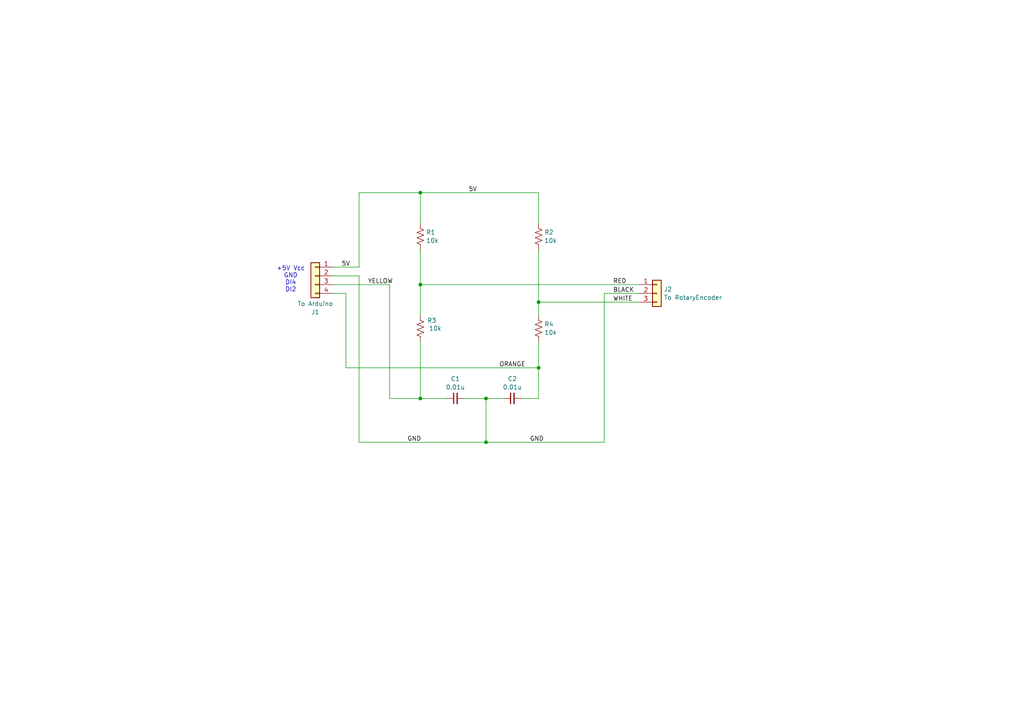
<source format=kicad_sch>
(kicad_sch (version 20231120) (generator "eeschema") (generator_version "8.0")
  (paper "A4")
  (title_block (title "Rotary Encoder Filter Circuit") (date "2024-09-18") (rev "R1.00") (company "AMPSD Kyushu Univ."))
  (lib_symbols
    (symbol "Connector_Generic:Conn_01x03" (pin_names (offset 1.016) hide)
      (property "Reference" "J" (at 0 5.08 0))
      (property "Value" "Conn_01x03" (at 0 -5.08 0))
      (symbol "Conn_01x03_1_1"
        (rectangle (start -1.27 -2.413) (end 0 -2.667) (stroke (width 0.1524)))
        (rectangle (start -1.27 0.127) (end 0 -0.127) (stroke (width 0.1524)))
        (rectangle (start -1.27 2.667) (end 0 2.413) (stroke (width 0.1524)))
        (rectangle (start -1.27 3.81) (end 1.27 -3.81) (stroke (width 0.254)) (fill (type background)))
        (pin passive line (at -5.08 2.54 0) (length 3.81) (name "Pin_1") (number "1"))
        (pin passive line (at -5.08 0 0) (length 3.81) (name "Pin_2") (number "2"))
        (pin passive line (at -5.08 -2.54 0) (length 3.81) (name "Pin_3") (number "3"))
      )
    )
    (symbol "Connector_Generic:Conn_01x04" (pin_names (offset 1.016) hide)
      (property "Reference" "J" (at 0 5.08 0))
      (property "Value" "Conn_01x04" (at 0 -7.62 0))
      (symbol "Conn_01x04_1_1"
        (rectangle (start -1.27 -4.953) (end 0 -5.207) (stroke (width 0.1524)))
        (rectangle (start -1.27 -2.413) (end 0 -2.667) (stroke (width 0.1524)))
        (rectangle (start -1.27 0.127) (end 0 -0.127) (stroke (width 0.1524)))
        (rectangle (start -1.27 2.667) (end 0 2.413) (stroke (width 0.1524)))
        (rectangle (start -1.27 3.81) (end 1.27 -6.35) (stroke (width 0.254)) (fill (type background)))
        (pin passive line (at -5.08 2.54 0) (length 3.81) (name "Pin_1") (number "1"))
        (pin passive line (at -5.08 0 0) (length 3.81) (name "Pin_2") (number "2"))
        (pin passive line (at -5.08 -2.54 0) (length 3.81) (name "Pin_3") (number "3"))
        (pin passive line (at -5.08 -5.08 0) (length 3.81) (name "Pin_4") (number "4"))
      )
    )
    (symbol "Device:C_Small" (pin_numbers hide) (pin_names (offset 0.254) hide)
      (property "Reference" "C" (at 0.254 1.778 0))
      (property "Value" "C_Small" (at 0.254 -2.032 0))
      (symbol "C_Small_0_1"
        (polyline (pts (xy -1.524 -0.508) (xy 1.524 -0.508)) (stroke (width 0.3302)))
        (polyline (pts (xy -1.524 0.508) (xy 1.524 0.508)) (stroke (width 0.3048)))
      )
      (symbol "C_Small_1_1"
        (pin passive line (at 0 2.54 270) (length 2.032) (name "~") (number "1"))
        (pin passive line (at 0 -2.54 90) (length 2.032) (name "~") (number "2"))
      )
    )
    (symbol "Device:R_US" (pin_numbers hide) (pin_names (offset 0))
      (property "Reference" "R" (at 2.54 0 90))
      (property "Value" "R_US" (at -2.54 0 90))
      (symbol "R_US_0_1"
        (polyline (pts (xy 0 -2.286) (xy 0 -2.54)))
        (polyline (pts (xy 0 2.286) (xy 0 2.54)))
        (polyline (pts (xy 0 -0.762) (xy 1.016 -1.143) (xy 0 -1.524) (xy -1.016 -1.905) (xy 0 -2.286)))
        (polyline (pts (xy 0 0.762) (xy 1.016 0.381) (xy 0 0) (xy -1.016 -0.381) (xy 0 -0.762)))
        (polyline (pts (xy 0 2.286) (xy 1.016 1.905) (xy 0 1.524) (xy -1.016 1.143) (xy 0 0.762)))
      )
      (symbol "R_US_1_1"
        (pin passive line (at 0 3.81 270) (length 1.27) (name "~") (number "1"))
        (pin passive line (at 0 -3.81 90) (length 1.27) (name "~") (number "2"))
      )
    )
  )
  (junction (at 140.97 128.27))
  (junction (at 121.92 82.55))
  (junction (at 121.92 55.88))
  (junction (at 140.97 115.57))
  (junction (at 156.21 87.63))
  (junction (at 156.21 106.68))
  (junction (at 121.92 115.57))
  (wire (pts (xy 104.14 80.01) (xy 96.52 80.01)))
  (wire (pts (xy 151.13 115.57) (xy 156.21 115.57)))
  (wire (pts (xy 104.14 128.27) (xy 104.14 80.01)))
  (wire (pts (xy 121.92 82.55) (xy 185.42 82.55)))
  (wire (pts (xy 140.97 128.27) (xy 175.26 128.27)))
  (wire (pts (xy 121.92 99.06) (xy 121.92 115.57)))
  (wire (pts (xy 113.03 115.57) (xy 121.92 115.57)))
  (wire (pts (xy 140.97 115.57) (xy 146.05 115.57)))
  (wire (pts (xy 156.21 87.63) (xy 185.42 87.63)))
  (wire (pts (xy 156.21 115.57) (xy 156.21 106.68)))
  (wire (pts (xy 121.92 55.88) (xy 121.92 64.77)))
  (wire (pts (xy 96.52 82.55) (xy 113.03 82.55)))
  (wire (pts (xy 156.21 55.88) (xy 156.21 64.77)))
  (wire (pts (xy 134.62 115.57) (xy 140.97 115.57)))
  (wire (pts (xy 100.33 106.68) (xy 156.21 106.68)))
  (wire (pts (xy 121.92 115.57) (xy 129.54 115.57)))
  (wire (pts (xy 156.21 106.68) (xy 156.21 99.06)))
  (wire (pts (xy 175.26 85.09) (xy 175.26 128.27)))
  (wire (pts (xy 96.52 85.09) (xy 100.33 85.09)))
  (wire (pts (xy 156.21 72.39) (xy 156.21 87.63)))
  (wire (pts (xy 100.33 85.09) (xy 100.33 106.68)))
  (wire (pts (xy 121.92 55.88) (xy 156.21 55.88)))
  (wire (pts (xy 121.92 72.39) (xy 121.92 82.55)))
  (wire (pts (xy 175.26 85.09) (xy 185.42 85.09)))
  (wire (pts (xy 104.14 77.47) (xy 104.14 55.88)))
  (wire (pts (xy 156.21 87.63) (xy 156.21 91.44)))
  (wire (pts (xy 96.52 77.47) (xy 104.14 77.47)))
  (wire (pts (xy 121.92 82.55) (xy 121.92 91.44)))
  (wire (pts (xy 113.03 82.55) (xy 113.03 115.57)))
  (wire (pts (xy 104.14 55.88) (xy 121.92 55.88)))
  (wire (pts (xy 104.14 128.27) (xy 140.97 128.27)))
  (wire (pts (xy 140.97 128.27) (xy 140.97 115.57)))
  (text "+5V Vcc\nGND\nDI4\nDI2" (at 84.328 81.026 0) (effects (font (size 1.27 1.27))))
  (label "5V" (at 135.89 55.88 0))
  (label "GND" (at 118.11 128.27 0))
  (label "ORANGE" (at 144.78 106.68 0))
  (label "5V" (at 99.06 77.47 0))
  (label "WHITE" (at 177.8 87.63 0))
  (label "YELLOW" (at 106.68 82.55 0))
  (label "BLACK" (at 177.8 85.09 0))
  (label "GND" (at 153.67 128.27 0))
  (label "RED" (at 177.8 82.55 0))
  (symbol (lib_id "Device:R_US") (at 121.92 68.58 0) (unit 1)
    (property "Reference" "R1" (at 123.571 67.3678 0) (effects (justify left)))
    (property "Value" "10k" (at 123.571 69.7921 0) (effects (justify left)))
    (property "Footprint" "Resistor_THT:R_Axial_DIN0207_L6.3mm_D2.5mm_P10.16mm_Horizontal" (effects (hide yes)))
    (property "Description" "Resistor, US symbol" (effects (hide yes)))
  )
  (symbol (lib_id "Device:R_US") (at 121.92 95.25 180) (unit 1)
    (property "Reference" "R3" (at 125.222 92.964 0))
    (property "Value" "10k" (at 126.238 95.25 0))
    (property "Footprint" "Resistor_THT:R_Axial_DIN0207_L6.3mm_D2.5mm_P10.16mm_Horizontal" (effects (hide yes)))
    (property "Description" "Resistor, US symbol" (effects (hide yes)))
  )
  (symbol (lib_id "Connector_Generic:Conn_01x04") (at 91.44 80.01 0) (mirror y) (unit 1)
    (property "Reference" "J1" (at 91.44 90.5045 0))
    (property "Value" "To Arduino" (at 91.44 88.0802 0))
    (property "Footprint" "Connector_JST:JST_XH_B4B-XH-A_1x04_P2.50mm_Vertical" (effects (hide yes)))
    (property "Description" "Generic connector, single row, 01x04, script generated (kicad-library-utils/schlib/autogen/connector/)" (effects (hide yes)))
  )
  (symbol (lib_id "Device:R_US") (at 156.21 95.25 180) (unit 1)
    (property "Reference" "R4" (at 157.861 94.0378 0) (effects (justify right)))
    (property "Value" "10k" (at 157.861 96.4621 0) (effects (justify right)))
    (property "Footprint" "Resistor_THT:R_Axial_DIN0207_L6.3mm_D2.5mm_P10.16mm_Horizontal" (effects (hide yes)))
    (property "Description" "Resistor, US symbol" (effects (hide yes)))
  )
  (symbol (lib_id "Device:R_US") (at 156.21 68.58 180) (unit 1)
    (property "Reference" "R2" (at 157.861 67.3678 0) (effects (justify right)))
    (property "Value" "10k" (at 157.861 69.7921 0) (effects (justify right)))
    (property "Footprint" "Resistor_THT:R_Axial_DIN0207_L6.3mm_D2.5mm_P10.16mm_Horizontal" (effects (hide yes)))
    (property "Description" "Resistor, US symbol" (effects (hide yes)))
  )
  (symbol (lib_id "Device:C_Small") (at 132.08 115.57 90) (unit 1)
    (property "Reference" "C1" (at 132.0863 109.8634 90))
    (property "Value" "0.01u" (at 132.0863 112.2877 90))
    (property "Footprint" "Capacitor_THT:C_Disc_D3.0mm_W1.6mm_P2.50mm" (effects (hide yes)))
    (property "Description" "Unpolarized capacitor, small symbol" (effects (hide yes)))
  )
  (symbol (lib_id "Connector_Generic:Conn_01x03") (at 190.5 85.09 0) (unit 1)
    (property "Reference" "J2" (at 192.532 83.8778 0) (effects (justify left)))
    (property "Value" "To RotaryEncoder" (at 192.532 86.3021 0) (effects (justify left)))
    (property "Footprint" "Connector_JST:JST_XH_B3B-XH-A_1x03_P2.50mm_Vertical" (effects (hide yes)))
    (property "Description" "Generic connector, single row, 01x03, script generated (kicad-library-utils/schlib/autogen/connector/)" (effects (hide yes)))
  )
  (symbol (lib_id "Device:C_Small") (at 148.59 115.57 90) (unit 1)
    (property "Reference" "C2" (at 148.5963 109.8634 90))
    (property "Value" "0.01u" (at 148.5963 112.2877 90))
    (property "Footprint" "Capacitor_THT:C_Disc_D3.0mm_W1.6mm_P2.50mm" (effects (hide yes)))
    (property "Description" "Unpolarized capacitor, small symbol" (effects (hide yes)))
  )
)
</source>
